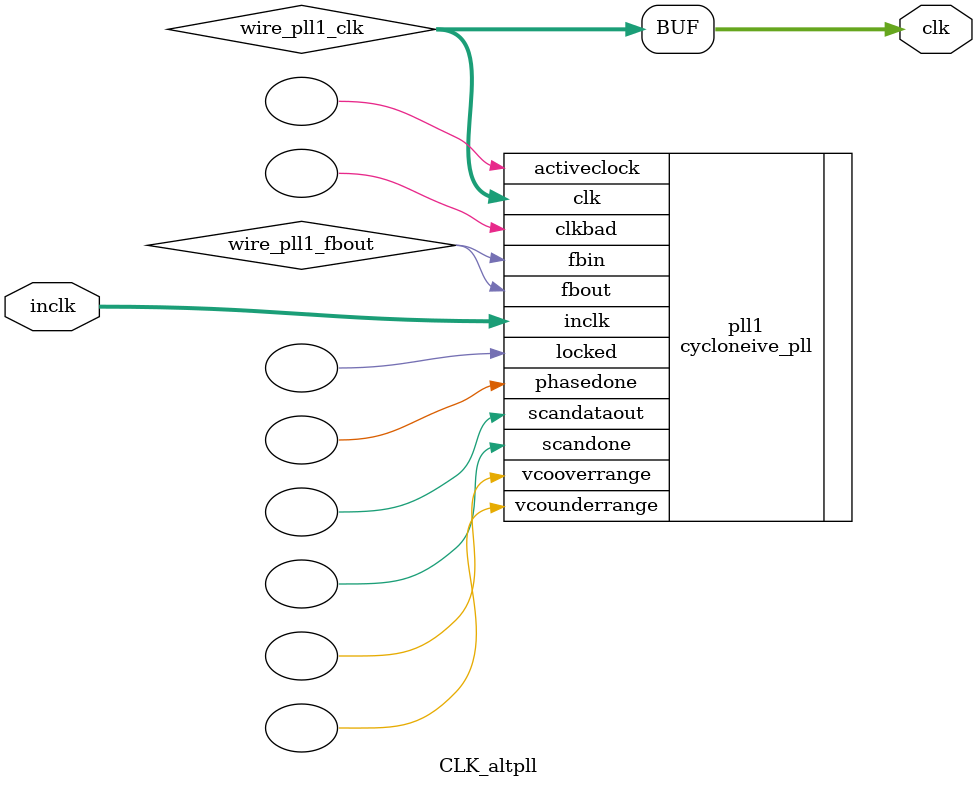
<source format=v>






//synthesis_resources = cycloneive_pll 1 
//synopsys translate_off
`timescale 1 ps / 1 ps
//synopsys translate_on
module  CLK_altpll
	( 
	clk,
	inclk) /* synthesis synthesis_clearbox=1 */;
	output   [4:0]  clk;
	input   [1:0]  inclk;
`ifndef ALTERA_RESERVED_QIS
// synopsys translate_off
`endif
	tri0   [1:0]  inclk;
`ifndef ALTERA_RESERVED_QIS
// synopsys translate_on
`endif

	wire  [4:0]   wire_pll1_clk;
	wire  wire_pll1_fbout;

	cycloneive_pll   pll1
	( 
	.activeclock(),
	.clk(wire_pll1_clk),
	.clkbad(),
	.fbin(wire_pll1_fbout),
	.fbout(wire_pll1_fbout),
	.inclk(inclk),
	.locked(),
	.phasedone(),
	.scandataout(),
	.scandone(),
	.vcooverrange(),
	.vcounderrange()
	`ifndef FORMAL_VERIFICATION
	// synopsys translate_off
	`endif
	,
	.areset(1'b0),
	.clkswitch(1'b0),
	.configupdate(1'b0),
	.pfdena(1'b1),
	.phasecounterselect({3{1'b0}}),
	.phasestep(1'b0),
	.phaseupdown(1'b0),
	.scanclk(1'b0),
	.scanclkena(1'b1),
	.scandata(1'b0)
	`ifndef FORMAL_VERIFICATION
	// synopsys translate_on
	`endif
	);
	defparam
		pll1.bandwidth_type = "auto",
		pll1.clk0_divide_by = 2,
		pll1.clk0_duty_cycle = 50,
		pll1.clk0_multiply_by = 5,
		pll1.clk0_phase_shift = "0",
		pll1.clk1_divide_by = 1,
		pll1.clk1_duty_cycle = 50,
		pll1.clk1_multiply_by = 5,
		pll1.clk1_phase_shift = "0",
		pll1.compensate_clock = "clk0",
		pll1.inclk0_input_frequency = 20000,
		pll1.operation_mode = "normal",
		pll1.pll_type = "auto",
		pll1.lpm_type = "cycloneive_pll";
	assign
		clk = {wire_pll1_clk[4:0]};
endmodule //CLK_altpll
//VALID FILE

</source>
